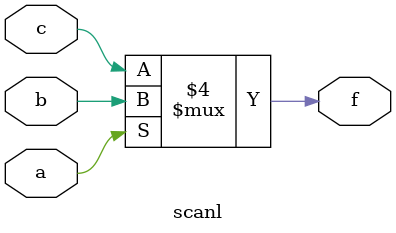
<source format=v>
`timescale 1ns / 1ps
module scanl(f, a, b, c);
    output f;
    input a, b, c;
    reg f;
    always @(a or b or c)
        if(a==1) begin
            f = b;
//            f = b & c;
        end 
        else begin
            f = c;
        end
endmodule

</source>
